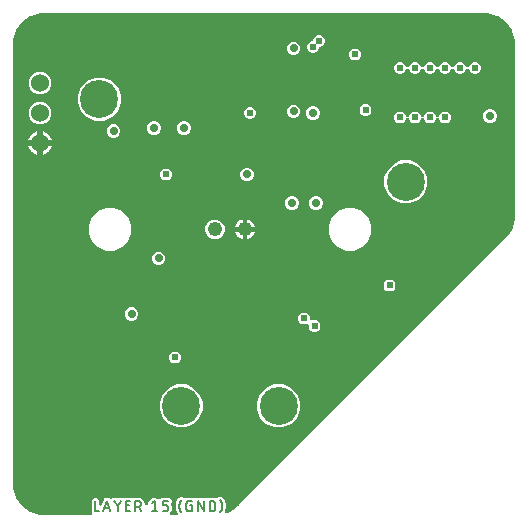
<source format=gbr>
G04 EAGLE Gerber RS-274X export*
G75*
%MOMM*%
%FSLAX34Y34*%
%LPD*%
%INCopper Layer 15*%
%IPPOS*%
%AMOC8*
5,1,8,0,0,1.08239X$1,22.5*%
G01*
%ADD10C,0.177800*%
%ADD11C,1.219200*%
%ADD12C,1.524000*%
%ADD13C,0.704800*%
%ADD14C,0.604800*%
%ADD15C,3.215641*%

G36*
X68109Y2171D02*
X68109Y2171D01*
X68209Y2173D01*
X68281Y2191D01*
X68355Y2200D01*
X68450Y2233D01*
X68547Y2258D01*
X68613Y2292D01*
X68683Y2317D01*
X68768Y2372D01*
X68857Y2418D01*
X68913Y2466D01*
X68976Y2506D01*
X69046Y2578D01*
X69122Y2643D01*
X69166Y2703D01*
X69218Y2757D01*
X69270Y2843D01*
X69329Y2924D01*
X69359Y2992D01*
X69397Y3056D01*
X69428Y3151D01*
X69467Y3244D01*
X69481Y3317D01*
X69503Y3388D01*
X69511Y3488D01*
X69529Y3587D01*
X69525Y3661D01*
X69531Y3735D01*
X69516Y3834D01*
X69511Y3935D01*
X69491Y4006D01*
X69480Y4080D01*
X69442Y4173D01*
X69415Y4270D01*
X69378Y4335D01*
X69351Y4404D01*
X69294Y4486D01*
X69244Y4574D01*
X69179Y4650D01*
X69152Y4690D01*
X69125Y4714D01*
X69087Y4759D01*
X69087Y15561D01*
X70799Y17273D01*
X73219Y17273D01*
X74931Y15561D01*
X74931Y11984D01*
X74943Y11880D01*
X74945Y11776D01*
X74963Y11708D01*
X74971Y11637D01*
X75006Y11539D01*
X75032Y11438D01*
X75064Y11376D01*
X75088Y11309D01*
X75145Y11222D01*
X75193Y11129D01*
X75239Y11076D01*
X75277Y11017D01*
X75352Y10944D01*
X75420Y10865D01*
X75477Y10823D01*
X75528Y10774D01*
X75617Y10721D01*
X75701Y10659D01*
X75766Y10632D01*
X75827Y10596D01*
X75926Y10564D01*
X76022Y10523D01*
X76092Y10511D01*
X76159Y10489D01*
X76263Y10481D01*
X76365Y10463D01*
X76436Y10467D01*
X76506Y10461D01*
X76609Y10477D01*
X76713Y10483D01*
X76781Y10503D01*
X76851Y10513D01*
X76948Y10552D01*
X77048Y10581D01*
X77109Y10616D01*
X77175Y10642D01*
X77260Y10701D01*
X77351Y10753D01*
X77403Y10801D01*
X77461Y10841D01*
X77531Y10918D01*
X77607Y10989D01*
X77647Y11047D01*
X77694Y11099D01*
X77745Y11191D01*
X77803Y11277D01*
X77840Y11364D01*
X77863Y11405D01*
X77873Y11441D01*
X77899Y11502D01*
X78688Y13869D01*
X78692Y13888D01*
X78699Y13904D01*
X78714Y13982D01*
X78736Y14051D01*
X78742Y14123D01*
X78760Y14210D01*
X78759Y14229D01*
X78763Y14247D01*
X78759Y14336D01*
X78764Y14398D01*
X78754Y14461D01*
X78753Y14533D01*
X79174Y15375D01*
X79187Y15411D01*
X79257Y15575D01*
X79555Y16470D01*
X79588Y16492D01*
X79601Y16506D01*
X79617Y16516D01*
X79721Y16631D01*
X79811Y16725D01*
X80705Y17023D01*
X80739Y17039D01*
X80904Y17106D01*
X81749Y17528D01*
X81788Y17520D01*
X81806Y17520D01*
X81824Y17517D01*
X81980Y17524D01*
X82110Y17527D01*
X82953Y17106D01*
X82988Y17092D01*
X83152Y17023D01*
X84048Y16724D01*
X84070Y16691D01*
X84084Y16678D01*
X84094Y16662D01*
X84209Y16558D01*
X84254Y16515D01*
X84282Y16485D01*
X84290Y16480D01*
X84321Y16450D01*
X84338Y16440D01*
X84352Y16427D01*
X84562Y16301D01*
X84575Y16294D01*
X84601Y16285D01*
X84621Y16273D01*
X84719Y16242D01*
X84749Y16231D01*
X84902Y16176D01*
X84948Y16170D01*
X84954Y16168D01*
X84980Y16166D01*
X85089Y16153D01*
X85248Y16134D01*
X85249Y16134D01*
X85448Y16156D01*
X85594Y16173D01*
X85595Y16173D01*
X85761Y16231D01*
X85923Y16288D01*
X85923Y16289D01*
X85925Y16290D01*
X86133Y16413D01*
X87582Y17436D01*
X90008Y17018D01*
X90018Y17010D01*
X90060Y16962D01*
X90151Y16898D01*
X90237Y16827D01*
X90294Y16798D01*
X90345Y16762D01*
X90449Y16720D01*
X90549Y16670D01*
X90610Y16656D01*
X90669Y16632D01*
X90779Y16615D01*
X90887Y16589D01*
X90951Y16588D01*
X91013Y16579D01*
X91124Y16587D01*
X91236Y16586D01*
X91298Y16600D01*
X91360Y16605D01*
X91467Y16638D01*
X91576Y16663D01*
X91633Y16691D01*
X91693Y16710D01*
X91789Y16766D01*
X91889Y16815D01*
X91939Y16855D01*
X91993Y16887D01*
X92073Y16964D01*
X92140Y17018D01*
X94563Y17436D01*
X95045Y17095D01*
X95108Y17061D01*
X95165Y17019D01*
X95260Y16978D01*
X95351Y16928D01*
X95420Y16909D01*
X95485Y16881D01*
X95587Y16862D01*
X95687Y16835D01*
X95758Y16832D01*
X95828Y16819D01*
X95932Y16825D01*
X96035Y16820D01*
X96105Y16833D01*
X96176Y16837D01*
X96276Y16866D01*
X96378Y16885D01*
X96443Y16914D01*
X96511Y16934D01*
X96601Y16984D01*
X96696Y17027D01*
X96753Y17069D01*
X96815Y17104D01*
X96940Y17210D01*
X96975Y17236D01*
X96984Y17248D01*
X97001Y17262D01*
X97011Y17273D01*
X103197Y17273D01*
X103275Y17211D01*
X103299Y17200D01*
X103320Y17184D01*
X103456Y17126D01*
X103590Y17062D01*
X103616Y17057D01*
X103640Y17046D01*
X103786Y17020D01*
X103931Y16989D01*
X103957Y16989D01*
X103983Y16985D01*
X104131Y16992D01*
X104279Y16995D01*
X104305Y17001D01*
X104331Y17003D01*
X104473Y17044D01*
X104617Y17080D01*
X104641Y17092D01*
X104666Y17099D01*
X104795Y17171D01*
X104927Y17239D01*
X104947Y17256D01*
X104970Y17269D01*
X104974Y17273D01*
X110246Y17273D01*
X113006Y15267D01*
X114178Y11661D01*
X114188Y11637D01*
X114194Y11612D01*
X114261Y11479D01*
X114323Y11344D01*
X114338Y11323D01*
X114350Y11300D01*
X114445Y11186D01*
X114536Y11068D01*
X114556Y11052D01*
X114572Y11032D01*
X114691Y10942D01*
X114806Y10848D01*
X114829Y10837D01*
X114850Y10821D01*
X114986Y10760D01*
X115119Y10695D01*
X115144Y10689D01*
X115168Y10679D01*
X115314Y10651D01*
X115459Y10617D01*
X115485Y10617D01*
X115510Y10613D01*
X115659Y10618D01*
X115807Y10619D01*
X115832Y10625D01*
X115858Y10626D01*
X116002Y10665D01*
X116146Y10700D01*
X116169Y10711D01*
X116194Y10718D01*
X116325Y10789D01*
X116458Y10855D01*
X116478Y10872D01*
X116501Y10884D01*
X116612Y10983D01*
X116726Y11078D01*
X116742Y11099D01*
X116761Y11116D01*
X116847Y11237D01*
X116937Y11355D01*
X116948Y11379D01*
X116963Y11400D01*
X117019Y11538D01*
X117079Y11674D01*
X117084Y11699D01*
X117094Y11723D01*
X117140Y11963D01*
X117368Y14014D01*
X120449Y16479D01*
X120484Y16514D01*
X120575Y16591D01*
X121314Y17330D01*
X121335Y17334D01*
X121457Y17386D01*
X121494Y17399D01*
X122544Y17282D01*
X122595Y17282D01*
X122713Y17273D01*
X123758Y17273D01*
X123776Y17260D01*
X123899Y17210D01*
X123934Y17194D01*
X124594Y16368D01*
X124630Y16333D01*
X124706Y16243D01*
X124797Y16152D01*
X124818Y16136D01*
X124835Y16116D01*
X124954Y16028D01*
X125070Y15936D01*
X125094Y15924D01*
X125115Y15909D01*
X125251Y15850D01*
X125385Y15787D01*
X125411Y15781D01*
X125435Y15771D01*
X125581Y15745D01*
X125726Y15713D01*
X125752Y15714D01*
X125778Y15709D01*
X125926Y15717D01*
X126074Y15719D01*
X126100Y15726D01*
X126126Y15727D01*
X126269Y15768D01*
X126412Y15804D01*
X126436Y15816D01*
X126461Y15824D01*
X126590Y15896D01*
X126722Y15964D01*
X126742Y15981D01*
X126765Y15994D01*
X126952Y16152D01*
X128072Y17273D01*
X135149Y17273D01*
X136861Y15561D01*
X136861Y13141D01*
X136554Y12834D01*
X136553Y12833D01*
X136552Y12832D01*
X136443Y12694D01*
X136337Y12561D01*
X136337Y12560D01*
X136336Y12559D01*
X136262Y12402D01*
X136188Y12246D01*
X136188Y12245D01*
X136188Y12243D01*
X136150Y12068D01*
X136115Y11905D01*
X136115Y11904D01*
X136115Y11903D01*
X136118Y11715D01*
X136121Y11557D01*
X136121Y11556D01*
X136121Y11554D01*
X136165Y11383D01*
X136206Y11219D01*
X136207Y11218D01*
X136207Y11216D01*
X136312Y10995D01*
X136858Y10049D01*
X136861Y10046D01*
X136861Y6549D01*
X136858Y6546D01*
X135645Y4445D01*
X135615Y4375D01*
X135576Y4310D01*
X135546Y4216D01*
X135507Y4125D01*
X135493Y4050D01*
X135470Y3978D01*
X135462Y3879D01*
X135444Y3782D01*
X135448Y3706D01*
X135442Y3631D01*
X135457Y3533D01*
X135462Y3434D01*
X135483Y3361D01*
X135494Y3286D01*
X135530Y3194D01*
X135558Y3099D01*
X135595Y3033D01*
X135622Y2962D01*
X135679Y2881D01*
X135727Y2794D01*
X135778Y2738D01*
X135821Y2676D01*
X135895Y2610D01*
X135962Y2536D01*
X136024Y2493D01*
X136080Y2443D01*
X136167Y2395D01*
X136248Y2338D01*
X136319Y2311D01*
X136385Y2274D01*
X136481Y2247D01*
X136573Y2211D01*
X136648Y2200D01*
X136721Y2179D01*
X136871Y2167D01*
X136918Y2160D01*
X136936Y2162D01*
X136964Y2160D01*
X140412Y2160D01*
X140445Y2164D01*
X140479Y2161D01*
X140618Y2184D01*
X140758Y2200D01*
X140790Y2211D01*
X140823Y2216D01*
X140954Y2270D01*
X141086Y2317D01*
X141115Y2335D01*
X141146Y2348D01*
X141261Y2430D01*
X141379Y2506D01*
X141402Y2530D01*
X141430Y2550D01*
X141523Y2655D01*
X141621Y2757D01*
X141639Y2786D01*
X141661Y2811D01*
X141728Y2935D01*
X141800Y3056D01*
X141810Y3088D01*
X141826Y3118D01*
X141863Y3254D01*
X141906Y3388D01*
X141909Y3421D01*
X141918Y3454D01*
X141923Y3595D01*
X141934Y3735D01*
X141929Y3769D01*
X141930Y3802D01*
X141903Y3940D01*
X141883Y4080D01*
X141870Y4111D01*
X141864Y4144D01*
X141806Y4273D01*
X141754Y4404D01*
X141735Y4431D01*
X141721Y4462D01*
X141608Y4621D01*
X140292Y8240D01*
X140292Y12080D01*
X141604Y15688D01*
X142837Y17159D01*
X143614Y18087D01*
X146025Y18299D01*
X147546Y17024D01*
X147637Y16964D01*
X147723Y16897D01*
X147783Y16869D01*
X147837Y16832D01*
X147940Y16795D01*
X148038Y16748D01*
X148103Y16734D01*
X148164Y16712D01*
X148273Y16698D01*
X148379Y16675D01*
X148445Y16677D01*
X148510Y16668D01*
X148619Y16680D01*
X148728Y16682D01*
X148791Y16698D01*
X148857Y16705D01*
X148960Y16741D01*
X149065Y16768D01*
X149143Y16805D01*
X149186Y16819D01*
X149220Y16841D01*
X149286Y16873D01*
X149976Y17271D01*
X149979Y17273D01*
X151262Y17273D01*
X153102Y17273D01*
X153103Y17273D01*
X155266Y17273D01*
X155527Y17012D01*
X155547Y16995D01*
X155564Y16975D01*
X155684Y16887D01*
X155800Y16795D01*
X155824Y16784D01*
X155845Y16768D01*
X155981Y16710D01*
X156115Y16646D01*
X156141Y16640D01*
X156165Y16630D01*
X156311Y16604D01*
X156456Y16573D01*
X156482Y16573D01*
X156508Y16568D01*
X156656Y16576D01*
X156804Y16579D01*
X156830Y16585D01*
X156856Y16586D01*
X156998Y16627D01*
X157142Y16664D01*
X157165Y16676D01*
X157191Y16683D01*
X157320Y16755D01*
X157452Y16823D01*
X157472Y16840D01*
X157495Y16853D01*
X157681Y17012D01*
X157942Y17273D01*
X158001Y17273D01*
X158089Y17283D01*
X158179Y17283D01*
X158262Y17303D01*
X158347Y17313D01*
X158431Y17343D01*
X158518Y17363D01*
X158628Y17413D01*
X158675Y17430D01*
X158699Y17445D01*
X158741Y17464D01*
X158792Y17493D01*
X159357Y17331D01*
X159445Y17317D01*
X159531Y17292D01*
X159651Y17283D01*
X159700Y17275D01*
X159729Y17276D01*
X159775Y17273D01*
X160363Y17273D01*
X160404Y17232D01*
X160424Y17215D01*
X160441Y17195D01*
X160561Y17107D01*
X160677Y17015D01*
X160700Y17004D01*
X160722Y16988D01*
X160858Y16929D01*
X160992Y16866D01*
X161018Y16861D01*
X161042Y16850D01*
X161188Y16824D01*
X161333Y16793D01*
X161359Y16793D01*
X161385Y16789D01*
X161533Y16796D01*
X161681Y16799D01*
X161707Y16805D01*
X161733Y16807D01*
X161875Y16848D01*
X162019Y16884D01*
X162042Y16896D01*
X162068Y16903D01*
X162197Y16975D01*
X162329Y17043D01*
X162349Y17060D01*
X162372Y17073D01*
X162558Y17232D01*
X162599Y17273D01*
X165019Y17273D01*
X165281Y17012D01*
X165301Y16995D01*
X165318Y16975D01*
X165437Y16887D01*
X165554Y16795D01*
X165577Y16784D01*
X165598Y16768D01*
X165734Y16710D01*
X165869Y16646D01*
X165894Y16640D01*
X165918Y16630D01*
X166064Y16604D01*
X166209Y16573D01*
X166235Y16573D01*
X166261Y16568D01*
X166410Y16576D01*
X166558Y16579D01*
X166583Y16585D01*
X166609Y16586D01*
X166752Y16627D01*
X166896Y16664D01*
X166919Y16676D01*
X166944Y16683D01*
X167074Y16755D01*
X167206Y16823D01*
X167226Y16840D01*
X167248Y16853D01*
X167435Y17012D01*
X167696Y17273D01*
X172641Y17273D01*
X173536Y16756D01*
X173636Y16713D01*
X173732Y16661D01*
X173796Y16643D01*
X173856Y16617D01*
X173963Y16598D01*
X174069Y16569D01*
X174134Y16567D01*
X174199Y16555D01*
X174308Y16561D01*
X174417Y16557D01*
X174481Y16569D01*
X174547Y16572D01*
X174652Y16602D01*
X174759Y16623D01*
X174819Y16650D01*
X174882Y16668D01*
X174977Y16721D01*
X175077Y16766D01*
X175147Y16816D01*
X175186Y16838D01*
X175217Y16865D01*
X175276Y16908D01*
X176936Y18299D01*
X179347Y18087D01*
X180125Y17159D01*
X181358Y15688D01*
X182670Y12080D01*
X182670Y8240D01*
X181940Y6234D01*
X181906Y6092D01*
X181867Y5950D01*
X181866Y5922D01*
X181859Y5895D01*
X181859Y5749D01*
X181853Y5602D01*
X181858Y5574D01*
X181858Y5546D01*
X181890Y5403D01*
X181918Y5259D01*
X181929Y5234D01*
X181935Y5206D01*
X182000Y5075D01*
X182059Y4941D01*
X182076Y4918D01*
X182088Y4893D01*
X182181Y4780D01*
X182269Y4662D01*
X182290Y4645D01*
X182308Y4623D01*
X182424Y4533D01*
X182537Y4439D01*
X182562Y4427D01*
X182584Y4410D01*
X182717Y4349D01*
X182848Y4283D01*
X182875Y4276D01*
X182901Y4265D01*
X183044Y4236D01*
X183187Y4201D01*
X183215Y4201D01*
X183242Y4195D01*
X183389Y4200D01*
X183535Y4199D01*
X183569Y4205D01*
X183591Y4206D01*
X183638Y4218D01*
X183776Y4244D01*
X183880Y4273D01*
X183951Y4302D01*
X184026Y4321D01*
X184159Y4386D01*
X184203Y4403D01*
X184219Y4415D01*
X184246Y4428D01*
X190150Y7886D01*
X190172Y7903D01*
X190196Y7915D01*
X190392Y8062D01*
X192954Y10338D01*
X192976Y10363D01*
X193019Y10400D01*
X193028Y10408D01*
X193030Y10411D01*
X193035Y10415D01*
X193992Y11385D01*
X194001Y11391D01*
X194034Y11425D01*
X194106Y11486D01*
X418536Y235916D01*
X418586Y235979D01*
X419608Y236988D01*
X419610Y236991D01*
X419615Y236995D01*
X419622Y237002D01*
X419643Y237029D01*
X419684Y237068D01*
X421960Y239630D01*
X421976Y239653D01*
X421995Y239672D01*
X422136Y239872D01*
X425594Y245776D01*
X425626Y245846D01*
X425665Y245912D01*
X425716Y246051D01*
X425735Y246095D01*
X425739Y246114D01*
X425749Y246142D01*
X427562Y252740D01*
X427566Y252767D01*
X427575Y252793D01*
X427612Y253034D01*
X427858Y256453D01*
X427857Y256493D01*
X427862Y256563D01*
X427862Y400050D01*
X427857Y400092D01*
X427858Y400169D01*
X427534Y404282D01*
X427523Y404338D01*
X427521Y404395D01*
X427471Y404606D01*
X427467Y404624D01*
X427465Y404628D01*
X427464Y404633D01*
X424922Y412456D01*
X424874Y412562D01*
X424833Y412672D01*
X424795Y412735D01*
X424777Y412773D01*
X424750Y412808D01*
X424706Y412880D01*
X419871Y419534D01*
X419792Y419621D01*
X419720Y419712D01*
X419664Y419761D01*
X419636Y419791D01*
X419599Y419816D01*
X419534Y419871D01*
X412880Y424706D01*
X412778Y424763D01*
X412681Y424828D01*
X412613Y424857D01*
X412577Y424877D01*
X412534Y424890D01*
X412456Y424922D01*
X404633Y427464D01*
X404577Y427475D01*
X404523Y427495D01*
X404310Y427529D01*
X404292Y427533D01*
X404288Y427533D01*
X404282Y427534D01*
X400170Y427858D01*
X400127Y427856D01*
X400050Y427862D01*
X29972Y427862D01*
X29930Y427857D01*
X29853Y427858D01*
X25740Y427534D01*
X25684Y427523D01*
X25627Y427521D01*
X25416Y427471D01*
X25398Y427467D01*
X25394Y427465D01*
X25389Y427464D01*
X17566Y424922D01*
X17460Y424874D01*
X17350Y424833D01*
X17287Y424795D01*
X17249Y424777D01*
X17214Y424750D01*
X17142Y424706D01*
X10488Y419871D01*
X10401Y419792D01*
X10310Y419720D01*
X10261Y419664D01*
X10231Y419636D01*
X10206Y419599D01*
X10151Y419534D01*
X5316Y412880D01*
X5259Y412778D01*
X5194Y412681D01*
X5165Y412613D01*
X5145Y412577D01*
X5132Y412534D01*
X5100Y412456D01*
X2558Y404633D01*
X2547Y404577D01*
X2527Y404524D01*
X2493Y404310D01*
X2489Y404292D01*
X2489Y404288D01*
X2488Y404282D01*
X2164Y400170D01*
X2166Y400127D01*
X2160Y400050D01*
X2160Y29972D01*
X2165Y29930D01*
X2164Y29853D01*
X2488Y25740D01*
X2499Y25684D01*
X2501Y25627D01*
X2551Y25416D01*
X2555Y25398D01*
X2557Y25394D01*
X2558Y25389D01*
X5100Y17566D01*
X5148Y17460D01*
X5189Y17350D01*
X5227Y17287D01*
X5245Y17249D01*
X5272Y17214D01*
X5316Y17142D01*
X10151Y10488D01*
X10230Y10401D01*
X10302Y10310D01*
X10358Y10261D01*
X10386Y10231D01*
X10423Y10206D01*
X10488Y10151D01*
X17142Y5316D01*
X17244Y5258D01*
X17341Y5194D01*
X17409Y5165D01*
X17445Y5145D01*
X17488Y5132D01*
X17566Y5100D01*
X25389Y2558D01*
X25445Y2547D01*
X25499Y2527D01*
X25712Y2493D01*
X25730Y2489D01*
X25734Y2489D01*
X25740Y2488D01*
X29852Y2164D01*
X29895Y2166D01*
X29972Y2160D01*
X68009Y2160D01*
X68109Y2171D01*
G37*
%LPC*%
G36*
X331424Y266623D02*
X331424Y266623D01*
X324767Y269380D01*
X319672Y274475D01*
X316915Y281132D01*
X316915Y288336D01*
X319672Y294993D01*
X324767Y300088D01*
X331424Y302845D01*
X338628Y302845D01*
X345285Y300088D01*
X350380Y294993D01*
X353137Y288336D01*
X353137Y281132D01*
X350380Y274475D01*
X345285Y269380D01*
X338628Y266623D01*
X331424Y266623D01*
G37*
%LPD*%
%LPC*%
G36*
X72090Y336473D02*
X72090Y336473D01*
X65433Y339230D01*
X60338Y344325D01*
X57581Y350982D01*
X57581Y358186D01*
X60338Y364843D01*
X65433Y369938D01*
X72090Y372695D01*
X79294Y372695D01*
X85951Y369938D01*
X91046Y364843D01*
X93803Y358186D01*
X93803Y350982D01*
X91046Y344325D01*
X85951Y339230D01*
X79294Y336473D01*
X72090Y336473D01*
G37*
%LPD*%
%LPC*%
G36*
X223728Y76885D02*
X223728Y76885D01*
X217071Y79642D01*
X211976Y84737D01*
X209219Y91394D01*
X209219Y98598D01*
X211976Y105255D01*
X217071Y110350D01*
X223728Y113107D01*
X230932Y113107D01*
X237589Y110350D01*
X242684Y105255D01*
X245441Y98598D01*
X245441Y91394D01*
X242684Y84737D01*
X237589Y79642D01*
X230932Y76885D01*
X223728Y76885D01*
G37*
%LPD*%
%LPC*%
G36*
X141432Y76885D02*
X141432Y76885D01*
X134775Y79642D01*
X129680Y84737D01*
X126923Y91394D01*
X126923Y98598D01*
X129680Y105255D01*
X134775Y110350D01*
X141432Y113107D01*
X148636Y113107D01*
X155293Y110350D01*
X160388Y105255D01*
X163145Y98598D01*
X163145Y91394D01*
X160388Y84737D01*
X155293Y79642D01*
X148636Y76885D01*
X141432Y76885D01*
G37*
%LPD*%
%LPC*%
G36*
X284193Y226317D02*
X284193Y226317D01*
X277565Y229063D01*
X272493Y234135D01*
X269747Y240763D01*
X269747Y247937D01*
X272493Y254565D01*
X277565Y259637D01*
X284193Y262383D01*
X291367Y262383D01*
X297995Y259637D01*
X303067Y254565D01*
X305813Y247937D01*
X305813Y240763D01*
X303067Y234135D01*
X297995Y229063D01*
X291367Y226317D01*
X284193Y226317D01*
G37*
%LPD*%
%LPC*%
G36*
X80993Y226317D02*
X80993Y226317D01*
X74365Y229063D01*
X69293Y234135D01*
X66547Y240763D01*
X66547Y247937D01*
X69293Y254565D01*
X74365Y259637D01*
X80993Y262383D01*
X88167Y262383D01*
X94795Y259637D01*
X99867Y254565D01*
X102613Y247937D01*
X102613Y240763D01*
X99867Y234135D01*
X94795Y229063D01*
X88167Y226317D01*
X80993Y226317D01*
G37*
%LPD*%
%LPC*%
G36*
X329194Y375943D02*
X329194Y375943D01*
X327336Y376713D01*
X325913Y378136D01*
X325143Y379994D01*
X325143Y382006D01*
X325913Y383864D01*
X327336Y385287D01*
X329194Y386057D01*
X331206Y386057D01*
X333064Y385287D01*
X334487Y383864D01*
X335143Y382281D01*
X335191Y382193D01*
X335231Y382101D01*
X335276Y382042D01*
X335312Y381977D01*
X335379Y381902D01*
X335439Y381822D01*
X335496Y381773D01*
X335546Y381718D01*
X335629Y381661D01*
X335705Y381596D01*
X335772Y381563D01*
X335833Y381520D01*
X335926Y381483D01*
X336016Y381438D01*
X336088Y381420D01*
X336157Y381392D01*
X336256Y381378D01*
X336354Y381353D01*
X336428Y381352D01*
X336502Y381342D01*
X336602Y381350D01*
X336702Y381348D01*
X336775Y381364D01*
X336849Y381370D01*
X336945Y381401D01*
X337043Y381423D01*
X337110Y381455D01*
X337181Y381478D01*
X337267Y381529D01*
X337358Y381572D01*
X337416Y381619D01*
X337479Y381657D01*
X337552Y381727D01*
X337630Y381790D01*
X337676Y381848D01*
X337729Y381900D01*
X337784Y381985D01*
X337846Y382063D01*
X337892Y382153D01*
X337918Y382193D01*
X337930Y382227D01*
X337957Y382281D01*
X338613Y383864D01*
X340036Y385287D01*
X341894Y386057D01*
X343906Y386057D01*
X345764Y385287D01*
X347187Y383864D01*
X347843Y382281D01*
X347891Y382194D01*
X347932Y382101D01*
X347976Y382041D01*
X348012Y381977D01*
X348079Y381902D01*
X348139Y381822D01*
X348196Y381773D01*
X348246Y381718D01*
X348329Y381661D01*
X348405Y381596D01*
X348472Y381563D01*
X348533Y381520D01*
X348626Y381483D01*
X348716Y381438D01*
X348788Y381420D01*
X348857Y381392D01*
X348956Y381378D01*
X349054Y381353D01*
X349128Y381352D01*
X349202Y381342D01*
X349302Y381350D01*
X349402Y381348D01*
X349475Y381364D01*
X349549Y381370D01*
X349645Y381401D01*
X349743Y381423D01*
X349810Y381455D01*
X349881Y381478D01*
X349967Y381529D01*
X350058Y381572D01*
X350116Y381619D01*
X350179Y381657D01*
X350251Y381727D01*
X350330Y381790D01*
X350376Y381848D01*
X350429Y381900D01*
X350484Y381985D01*
X350546Y382063D01*
X350592Y382153D01*
X350618Y382193D01*
X350630Y382227D01*
X350657Y382281D01*
X351313Y383864D01*
X352736Y385287D01*
X354594Y386057D01*
X356606Y386057D01*
X358464Y385287D01*
X359887Y383864D01*
X360543Y382281D01*
X360591Y382193D01*
X360631Y382101D01*
X360676Y382042D01*
X360712Y381977D01*
X360779Y381902D01*
X360839Y381822D01*
X360896Y381773D01*
X360946Y381718D01*
X361029Y381661D01*
X361105Y381596D01*
X361172Y381563D01*
X361233Y381520D01*
X361326Y381483D01*
X361416Y381438D01*
X361488Y381420D01*
X361557Y381392D01*
X361656Y381378D01*
X361754Y381353D01*
X361828Y381352D01*
X361902Y381342D01*
X362002Y381350D01*
X362102Y381348D01*
X362175Y381364D01*
X362249Y381370D01*
X362345Y381401D01*
X362443Y381423D01*
X362510Y381455D01*
X362581Y381478D01*
X362667Y381529D01*
X362758Y381572D01*
X362816Y381619D01*
X362879Y381657D01*
X362952Y381727D01*
X363030Y381790D01*
X363076Y381848D01*
X363129Y381900D01*
X363184Y381985D01*
X363246Y382063D01*
X363292Y382153D01*
X363318Y382193D01*
X363330Y382227D01*
X363357Y382281D01*
X364013Y383864D01*
X365436Y385287D01*
X367294Y386057D01*
X369306Y386057D01*
X371164Y385287D01*
X372587Y383864D01*
X373243Y382281D01*
X373291Y382194D01*
X373332Y382101D01*
X373376Y382041D01*
X373412Y381977D01*
X373479Y381902D01*
X373539Y381822D01*
X373596Y381773D01*
X373646Y381718D01*
X373729Y381661D01*
X373805Y381596D01*
X373872Y381563D01*
X373933Y381520D01*
X374026Y381483D01*
X374116Y381438D01*
X374188Y381420D01*
X374257Y381392D01*
X374356Y381378D01*
X374454Y381353D01*
X374528Y381352D01*
X374602Y381342D01*
X374702Y381350D01*
X374802Y381348D01*
X374875Y381364D01*
X374949Y381370D01*
X375045Y381401D01*
X375143Y381423D01*
X375210Y381455D01*
X375281Y381478D01*
X375367Y381529D01*
X375458Y381572D01*
X375516Y381619D01*
X375579Y381657D01*
X375651Y381727D01*
X375730Y381790D01*
X375776Y381848D01*
X375829Y381900D01*
X375884Y381985D01*
X375946Y382063D01*
X375992Y382153D01*
X376018Y382193D01*
X376030Y382227D01*
X376057Y382281D01*
X376713Y383864D01*
X378136Y385287D01*
X379994Y386057D01*
X382006Y386057D01*
X383864Y385287D01*
X385287Y383864D01*
X385943Y382281D01*
X385991Y382193D01*
X386031Y382101D01*
X386076Y382042D01*
X386112Y381977D01*
X386179Y381902D01*
X386239Y381822D01*
X386296Y381773D01*
X386346Y381718D01*
X386429Y381661D01*
X386505Y381596D01*
X386572Y381563D01*
X386633Y381520D01*
X386726Y381483D01*
X386816Y381438D01*
X386888Y381420D01*
X386957Y381392D01*
X387056Y381378D01*
X387154Y381353D01*
X387228Y381352D01*
X387302Y381342D01*
X387402Y381350D01*
X387502Y381348D01*
X387575Y381364D01*
X387649Y381370D01*
X387745Y381401D01*
X387843Y381423D01*
X387910Y381455D01*
X387981Y381478D01*
X388067Y381529D01*
X388158Y381572D01*
X388216Y381619D01*
X388279Y381657D01*
X388352Y381727D01*
X388430Y381790D01*
X388476Y381848D01*
X388529Y381900D01*
X388584Y381985D01*
X388646Y382063D01*
X388692Y382153D01*
X388718Y382193D01*
X388730Y382227D01*
X388757Y382281D01*
X389413Y383864D01*
X390836Y385287D01*
X392694Y386057D01*
X394706Y386057D01*
X396564Y385287D01*
X397987Y383864D01*
X398757Y382006D01*
X398757Y379994D01*
X397987Y378136D01*
X396564Y376713D01*
X394706Y375943D01*
X392694Y375943D01*
X390836Y376713D01*
X389413Y378136D01*
X388757Y379719D01*
X388709Y379806D01*
X388668Y379899D01*
X388624Y379959D01*
X388588Y380023D01*
X388521Y380098D01*
X388461Y380178D01*
X388404Y380227D01*
X388354Y380282D01*
X388271Y380339D01*
X388195Y380404D01*
X388128Y380437D01*
X388067Y380480D01*
X387974Y380517D01*
X387884Y380562D01*
X387812Y380580D01*
X387743Y380608D01*
X387644Y380622D01*
X387546Y380647D01*
X387472Y380648D01*
X387398Y380658D01*
X387298Y380650D01*
X387198Y380652D01*
X387125Y380636D01*
X387051Y380630D01*
X386955Y380599D01*
X386857Y380577D01*
X386790Y380545D01*
X386719Y380522D01*
X386633Y380471D01*
X386542Y380428D01*
X386484Y380381D01*
X386421Y380343D01*
X386349Y380273D01*
X386270Y380210D01*
X386224Y380152D01*
X386171Y380100D01*
X386116Y380015D01*
X386054Y379937D01*
X386008Y379847D01*
X385982Y379807D01*
X385970Y379773D01*
X385943Y379719D01*
X385287Y378136D01*
X383864Y376713D01*
X382006Y375943D01*
X379994Y375943D01*
X378136Y376713D01*
X376713Y378136D01*
X376057Y379719D01*
X376009Y379807D01*
X375969Y379899D01*
X375924Y379958D01*
X375888Y380023D01*
X375821Y380098D01*
X375761Y380178D01*
X375704Y380227D01*
X375654Y380282D01*
X375571Y380339D01*
X375495Y380404D01*
X375428Y380437D01*
X375367Y380480D01*
X375274Y380517D01*
X375184Y380562D01*
X375112Y380580D01*
X375043Y380608D01*
X374944Y380622D01*
X374846Y380647D01*
X374772Y380648D01*
X374698Y380658D01*
X374598Y380650D01*
X374498Y380652D01*
X374425Y380636D01*
X374351Y380630D01*
X374255Y380599D01*
X374157Y380577D01*
X374090Y380545D01*
X374019Y380522D01*
X373933Y380471D01*
X373842Y380428D01*
X373784Y380381D01*
X373721Y380343D01*
X373648Y380273D01*
X373570Y380210D01*
X373524Y380152D01*
X373471Y380100D01*
X373416Y380015D01*
X373354Y379937D01*
X373308Y379847D01*
X373282Y379807D01*
X373270Y379773D01*
X373243Y379719D01*
X372587Y378136D01*
X371164Y376713D01*
X369306Y375943D01*
X367294Y375943D01*
X365436Y376713D01*
X364013Y378136D01*
X363357Y379719D01*
X363309Y379806D01*
X363268Y379899D01*
X363224Y379959D01*
X363188Y380023D01*
X363121Y380098D01*
X363061Y380178D01*
X363004Y380227D01*
X362954Y380282D01*
X362871Y380339D01*
X362795Y380404D01*
X362728Y380437D01*
X362667Y380480D01*
X362574Y380517D01*
X362484Y380562D01*
X362412Y380580D01*
X362343Y380608D01*
X362244Y380622D01*
X362146Y380647D01*
X362072Y380648D01*
X361998Y380658D01*
X361898Y380650D01*
X361798Y380652D01*
X361725Y380636D01*
X361651Y380630D01*
X361555Y380599D01*
X361457Y380577D01*
X361390Y380545D01*
X361319Y380522D01*
X361233Y380471D01*
X361142Y380428D01*
X361084Y380381D01*
X361021Y380343D01*
X360949Y380273D01*
X360870Y380210D01*
X360824Y380152D01*
X360771Y380100D01*
X360716Y380015D01*
X360654Y379937D01*
X360608Y379847D01*
X360582Y379807D01*
X360570Y379773D01*
X360543Y379719D01*
X359887Y378136D01*
X358464Y376713D01*
X356606Y375943D01*
X354594Y375943D01*
X352736Y376713D01*
X351313Y378136D01*
X350657Y379719D01*
X350609Y379807D01*
X350569Y379899D01*
X350524Y379958D01*
X350488Y380023D01*
X350421Y380098D01*
X350361Y380178D01*
X350304Y380227D01*
X350254Y380282D01*
X350171Y380339D01*
X350095Y380404D01*
X350028Y380437D01*
X349967Y380480D01*
X349874Y380517D01*
X349784Y380562D01*
X349712Y380580D01*
X349643Y380608D01*
X349544Y380622D01*
X349446Y380647D01*
X349372Y380648D01*
X349298Y380658D01*
X349198Y380650D01*
X349098Y380652D01*
X349025Y380636D01*
X348951Y380630D01*
X348855Y380599D01*
X348757Y380577D01*
X348690Y380545D01*
X348619Y380522D01*
X348533Y380471D01*
X348442Y380428D01*
X348384Y380381D01*
X348321Y380343D01*
X348248Y380273D01*
X348170Y380210D01*
X348124Y380152D01*
X348071Y380100D01*
X348016Y380015D01*
X347954Y379937D01*
X347908Y379847D01*
X347882Y379807D01*
X347870Y379773D01*
X347843Y379719D01*
X347187Y378136D01*
X345764Y376713D01*
X343906Y375943D01*
X341894Y375943D01*
X340036Y376713D01*
X338613Y378136D01*
X337957Y379719D01*
X337909Y379806D01*
X337868Y379899D01*
X337824Y379959D01*
X337788Y380023D01*
X337721Y380098D01*
X337661Y380178D01*
X337604Y380227D01*
X337554Y380282D01*
X337471Y380339D01*
X337395Y380404D01*
X337328Y380437D01*
X337267Y380480D01*
X337174Y380517D01*
X337084Y380562D01*
X337012Y380580D01*
X336943Y380608D01*
X336844Y380622D01*
X336746Y380647D01*
X336672Y380648D01*
X336598Y380658D01*
X336498Y380650D01*
X336398Y380652D01*
X336325Y380636D01*
X336251Y380630D01*
X336155Y380599D01*
X336057Y380577D01*
X335990Y380545D01*
X335919Y380522D01*
X335833Y380471D01*
X335742Y380428D01*
X335684Y380381D01*
X335621Y380343D01*
X335549Y380273D01*
X335470Y380210D01*
X335424Y380152D01*
X335371Y380100D01*
X335316Y380015D01*
X335254Y379937D01*
X335208Y379847D01*
X335182Y379807D01*
X335170Y379773D01*
X335143Y379719D01*
X334487Y378136D01*
X333064Y376713D01*
X331206Y375943D01*
X329194Y375943D01*
G37*
%LPD*%
%LPC*%
G36*
X329194Y334033D02*
X329194Y334033D01*
X327336Y334803D01*
X325913Y336226D01*
X325143Y338084D01*
X325143Y340096D01*
X325913Y341954D01*
X327336Y343377D01*
X329194Y344147D01*
X331206Y344147D01*
X333064Y343377D01*
X334487Y341954D01*
X335143Y340371D01*
X335191Y340284D01*
X335232Y340191D01*
X335276Y340131D01*
X335312Y340067D01*
X335379Y339992D01*
X335439Y339912D01*
X335496Y339863D01*
X335546Y339808D01*
X335629Y339751D01*
X335705Y339686D01*
X335772Y339653D01*
X335833Y339610D01*
X335926Y339573D01*
X336016Y339528D01*
X336088Y339510D01*
X336157Y339482D01*
X336256Y339468D01*
X336354Y339443D01*
X336428Y339442D01*
X336502Y339432D01*
X336602Y339440D01*
X336702Y339438D01*
X336775Y339454D01*
X336849Y339460D01*
X336945Y339491D01*
X337043Y339513D01*
X337110Y339545D01*
X337181Y339568D01*
X337267Y339619D01*
X337358Y339662D01*
X337416Y339709D01*
X337479Y339747D01*
X337551Y339817D01*
X337630Y339880D01*
X337676Y339938D01*
X337729Y339990D01*
X337784Y340075D01*
X337846Y340153D01*
X337892Y340243D01*
X337918Y340283D01*
X337930Y340317D01*
X337957Y340371D01*
X338613Y341954D01*
X340036Y343377D01*
X341894Y344147D01*
X343906Y344147D01*
X345764Y343377D01*
X347187Y341954D01*
X347843Y340371D01*
X347891Y340283D01*
X347931Y340191D01*
X347976Y340132D01*
X348012Y340067D01*
X348079Y339992D01*
X348139Y339912D01*
X348196Y339863D01*
X348246Y339808D01*
X348329Y339751D01*
X348405Y339686D01*
X348472Y339653D01*
X348533Y339610D01*
X348626Y339573D01*
X348716Y339528D01*
X348788Y339510D01*
X348857Y339482D01*
X348956Y339468D01*
X349054Y339443D01*
X349128Y339442D01*
X349202Y339432D01*
X349302Y339440D01*
X349402Y339438D01*
X349475Y339454D01*
X349549Y339460D01*
X349645Y339491D01*
X349743Y339513D01*
X349810Y339545D01*
X349881Y339568D01*
X349967Y339619D01*
X350058Y339662D01*
X350116Y339709D01*
X350179Y339747D01*
X350252Y339817D01*
X350330Y339880D01*
X350376Y339938D01*
X350429Y339990D01*
X350484Y340075D01*
X350546Y340153D01*
X350592Y340243D01*
X350618Y340283D01*
X350630Y340317D01*
X350657Y340371D01*
X351313Y341954D01*
X352736Y343377D01*
X354594Y344147D01*
X356606Y344147D01*
X358464Y343377D01*
X359887Y341954D01*
X360543Y340371D01*
X360591Y340283D01*
X360631Y340191D01*
X360676Y340132D01*
X360712Y340067D01*
X360779Y339992D01*
X360839Y339912D01*
X360896Y339863D01*
X360946Y339808D01*
X361029Y339751D01*
X361105Y339686D01*
X361172Y339653D01*
X361233Y339610D01*
X361326Y339573D01*
X361416Y339528D01*
X361488Y339510D01*
X361557Y339482D01*
X361656Y339468D01*
X361754Y339443D01*
X361828Y339442D01*
X361902Y339432D01*
X362002Y339440D01*
X362102Y339438D01*
X362175Y339454D01*
X362249Y339460D01*
X362345Y339491D01*
X362443Y339513D01*
X362510Y339545D01*
X362581Y339568D01*
X362667Y339619D01*
X362758Y339662D01*
X362816Y339709D01*
X362879Y339747D01*
X362952Y339817D01*
X363030Y339880D01*
X363076Y339938D01*
X363129Y339990D01*
X363184Y340075D01*
X363246Y340153D01*
X363292Y340243D01*
X363318Y340283D01*
X363330Y340317D01*
X363357Y340371D01*
X364013Y341954D01*
X365436Y343377D01*
X367294Y344147D01*
X369306Y344147D01*
X371164Y343377D01*
X372587Y341954D01*
X373357Y340096D01*
X373357Y338084D01*
X372587Y336226D01*
X371164Y334803D01*
X369306Y334033D01*
X367294Y334033D01*
X365436Y334803D01*
X364013Y336226D01*
X363357Y337809D01*
X363309Y337896D01*
X363268Y337989D01*
X363224Y338049D01*
X363188Y338113D01*
X363121Y338188D01*
X363061Y338268D01*
X363004Y338317D01*
X362954Y338372D01*
X362871Y338429D01*
X362795Y338494D01*
X362728Y338527D01*
X362667Y338570D01*
X362574Y338607D01*
X362484Y338652D01*
X362412Y338670D01*
X362343Y338698D01*
X362244Y338712D01*
X362146Y338737D01*
X362072Y338738D01*
X361998Y338748D01*
X361898Y338740D01*
X361798Y338742D01*
X361725Y338726D01*
X361651Y338720D01*
X361555Y338689D01*
X361457Y338667D01*
X361390Y338635D01*
X361319Y338612D01*
X361233Y338561D01*
X361142Y338518D01*
X361084Y338471D01*
X361021Y338433D01*
X360949Y338363D01*
X360870Y338300D01*
X360824Y338242D01*
X360771Y338190D01*
X360716Y338105D01*
X360654Y338027D01*
X360608Y337937D01*
X360582Y337897D01*
X360570Y337863D01*
X360543Y337809D01*
X359887Y336226D01*
X358464Y334803D01*
X356606Y334033D01*
X354594Y334033D01*
X352736Y334803D01*
X351313Y336226D01*
X350657Y337809D01*
X350609Y337896D01*
X350568Y337989D01*
X350524Y338049D01*
X350488Y338113D01*
X350421Y338188D01*
X350361Y338268D01*
X350304Y338317D01*
X350254Y338372D01*
X350171Y338429D01*
X350095Y338494D01*
X350028Y338527D01*
X349967Y338570D01*
X349874Y338607D01*
X349784Y338652D01*
X349712Y338670D01*
X349643Y338698D01*
X349544Y338712D01*
X349446Y338737D01*
X349372Y338738D01*
X349298Y338748D01*
X349198Y338740D01*
X349098Y338742D01*
X349025Y338726D01*
X348951Y338720D01*
X348855Y338689D01*
X348757Y338667D01*
X348690Y338635D01*
X348619Y338612D01*
X348533Y338561D01*
X348442Y338518D01*
X348384Y338471D01*
X348321Y338433D01*
X348249Y338363D01*
X348170Y338300D01*
X348124Y338242D01*
X348071Y338190D01*
X348016Y338105D01*
X347954Y338027D01*
X347908Y337937D01*
X347882Y337897D01*
X347870Y337863D01*
X347843Y337809D01*
X347187Y336226D01*
X345764Y334803D01*
X343906Y334033D01*
X341894Y334033D01*
X340036Y334803D01*
X338613Y336226D01*
X337957Y337809D01*
X337909Y337897D01*
X337869Y337989D01*
X337824Y338048D01*
X337788Y338113D01*
X337721Y338188D01*
X337661Y338268D01*
X337604Y338317D01*
X337554Y338372D01*
X337471Y338429D01*
X337395Y338494D01*
X337328Y338527D01*
X337267Y338570D01*
X337174Y338607D01*
X337084Y338652D01*
X337012Y338670D01*
X336943Y338698D01*
X336844Y338712D01*
X336746Y338737D01*
X336672Y338738D01*
X336598Y338748D01*
X336498Y338740D01*
X336398Y338742D01*
X336325Y338726D01*
X336251Y338720D01*
X336155Y338689D01*
X336057Y338667D01*
X335990Y338635D01*
X335919Y338612D01*
X335833Y338561D01*
X335742Y338518D01*
X335684Y338471D01*
X335621Y338433D01*
X335548Y338363D01*
X335470Y338300D01*
X335424Y338242D01*
X335371Y338190D01*
X335316Y338105D01*
X335254Y338027D01*
X335208Y337937D01*
X335182Y337897D01*
X335170Y337863D01*
X335143Y337809D01*
X334487Y336226D01*
X333064Y334803D01*
X331206Y334033D01*
X329194Y334033D01*
G37*
%LPD*%
%LPC*%
G36*
X23480Y358647D02*
X23480Y358647D01*
X19932Y360117D01*
X17217Y362832D01*
X15747Y366380D01*
X15747Y370220D01*
X17217Y373768D01*
X19932Y376483D01*
X23480Y377953D01*
X27320Y377953D01*
X30868Y376483D01*
X33583Y373768D01*
X35053Y370220D01*
X35053Y366380D01*
X33583Y362832D01*
X30868Y360117D01*
X27320Y358647D01*
X23480Y358647D01*
G37*
%LPD*%
%LPC*%
G36*
X23480Y333247D02*
X23480Y333247D01*
X19932Y334717D01*
X17217Y337432D01*
X15747Y340980D01*
X15747Y344820D01*
X17217Y348368D01*
X19932Y351083D01*
X23480Y352553D01*
X27320Y352553D01*
X30868Y351083D01*
X33583Y348368D01*
X35053Y344820D01*
X35053Y340980D01*
X33583Y337432D01*
X30868Y334717D01*
X27320Y333247D01*
X23480Y333247D01*
G37*
%LPD*%
%LPC*%
G36*
X171863Y236221D02*
X171863Y236221D01*
X168875Y237459D01*
X166589Y239745D01*
X165351Y242733D01*
X165351Y245967D01*
X166589Y248955D01*
X168875Y251241D01*
X171863Y252479D01*
X175097Y252479D01*
X178085Y251241D01*
X180371Y248955D01*
X181609Y245967D01*
X181609Y242733D01*
X180371Y239745D01*
X178085Y237459D01*
X175097Y236221D01*
X171863Y236221D01*
G37*
%LPD*%
%LPC*%
G36*
X256804Y157503D02*
X256804Y157503D01*
X254946Y158273D01*
X253523Y159696D01*
X252753Y161554D01*
X252753Y162745D01*
X252736Y162894D01*
X252724Y163044D01*
X252716Y163067D01*
X252713Y163091D01*
X252663Y163233D01*
X252616Y163376D01*
X252604Y163396D01*
X252596Y163419D01*
X252514Y163545D01*
X252437Y163674D01*
X252420Y163692D01*
X252407Y163712D01*
X252299Y163816D01*
X252194Y163924D01*
X252174Y163937D01*
X252156Y163954D01*
X252027Y164031D01*
X251901Y164112D01*
X251878Y164120D01*
X251857Y164133D01*
X251714Y164179D01*
X251572Y164229D01*
X251548Y164232D01*
X251525Y164239D01*
X251376Y164251D01*
X251226Y164268D01*
X251202Y164265D01*
X251178Y164267D01*
X251029Y164245D01*
X250880Y164227D01*
X250852Y164218D01*
X250833Y164215D01*
X250789Y164198D01*
X250647Y164152D01*
X249926Y163853D01*
X247914Y163853D01*
X246056Y164623D01*
X244633Y166046D01*
X243863Y167904D01*
X243863Y169916D01*
X244633Y171774D01*
X246056Y173197D01*
X247914Y173967D01*
X249926Y173967D01*
X251784Y173197D01*
X253207Y171774D01*
X253977Y169916D01*
X253977Y168725D01*
X253994Y168576D01*
X254006Y168426D01*
X254014Y168403D01*
X254017Y168379D01*
X254067Y168237D01*
X254114Y168094D01*
X254126Y168074D01*
X254134Y168051D01*
X254216Y167925D01*
X254293Y167796D01*
X254310Y167778D01*
X254323Y167758D01*
X254431Y167654D01*
X254536Y167546D01*
X254556Y167533D01*
X254574Y167516D01*
X254703Y167439D01*
X254829Y167358D01*
X254852Y167350D01*
X254873Y167337D01*
X255016Y167291D01*
X255158Y167241D01*
X255182Y167238D01*
X255205Y167231D01*
X255354Y167219D01*
X255504Y167202D01*
X255528Y167205D01*
X255552Y167203D01*
X255701Y167225D01*
X255850Y167243D01*
X255878Y167252D01*
X255897Y167255D01*
X255941Y167272D01*
X256083Y167318D01*
X256804Y167617D01*
X258816Y167617D01*
X260674Y166847D01*
X262097Y165424D01*
X262867Y163566D01*
X262867Y161554D01*
X262097Y159696D01*
X260674Y158273D01*
X258816Y157503D01*
X256804Y157503D01*
G37*
%LPD*%
%LPC*%
G36*
X255534Y393723D02*
X255534Y393723D01*
X253676Y394493D01*
X252253Y395916D01*
X251483Y397774D01*
X251483Y399786D01*
X252253Y401644D01*
X253676Y403067D01*
X255707Y403908D01*
X255818Y403970D01*
X255932Y404024D01*
X255969Y404054D01*
X256012Y404078D01*
X256105Y404163D01*
X256204Y404241D01*
X256234Y404279D01*
X256270Y404312D01*
X256342Y404416D01*
X256420Y404515D01*
X256448Y404569D01*
X256468Y404598D01*
X256485Y404643D01*
X256531Y404733D01*
X257333Y406668D01*
X258756Y408091D01*
X260614Y408861D01*
X262626Y408861D01*
X264484Y408091D01*
X265907Y406668D01*
X266677Y404810D01*
X266677Y402798D01*
X265907Y400940D01*
X264484Y399517D01*
X262453Y398676D01*
X262342Y398614D01*
X262228Y398560D01*
X262191Y398530D01*
X262148Y398506D01*
X262055Y398421D01*
X261956Y398343D01*
X261926Y398305D01*
X261890Y398272D01*
X261818Y398168D01*
X261740Y398069D01*
X261712Y398015D01*
X261692Y397986D01*
X261675Y397941D01*
X261629Y397851D01*
X260827Y395916D01*
X259404Y394493D01*
X257546Y393723D01*
X255534Y393723D01*
G37*
%LPD*%
%LPC*%
G36*
X238925Y391953D02*
X238925Y391953D01*
X236882Y392799D01*
X235319Y394362D01*
X234473Y396405D01*
X234473Y398615D01*
X235319Y400658D01*
X236882Y402221D01*
X238925Y403067D01*
X241135Y403067D01*
X243178Y402221D01*
X244741Y400658D01*
X245587Y398615D01*
X245587Y396405D01*
X244741Y394362D01*
X243178Y392799D01*
X241135Y391953D01*
X238925Y391953D01*
G37*
%LPD*%
%LPC*%
G36*
X238925Y338613D02*
X238925Y338613D01*
X236882Y339459D01*
X235319Y341022D01*
X234473Y343065D01*
X234473Y345275D01*
X235319Y347318D01*
X236882Y348881D01*
X238925Y349727D01*
X241135Y349727D01*
X243178Y348881D01*
X244741Y347318D01*
X245587Y345275D01*
X245587Y343065D01*
X244741Y341022D01*
X243178Y339459D01*
X241135Y338613D01*
X238925Y338613D01*
G37*
%LPD*%
%LPC*%
G36*
X255435Y337343D02*
X255435Y337343D01*
X253392Y338189D01*
X251829Y339752D01*
X250983Y341795D01*
X250983Y344005D01*
X251829Y346048D01*
X253392Y347611D01*
X255435Y348457D01*
X257645Y348457D01*
X259688Y347611D01*
X261251Y346048D01*
X262097Y344005D01*
X262097Y341795D01*
X261251Y339752D01*
X259688Y338189D01*
X257645Y337343D01*
X255435Y337343D01*
G37*
%LPD*%
%LPC*%
G36*
X405295Y334803D02*
X405295Y334803D01*
X403252Y335649D01*
X401689Y337212D01*
X400843Y339255D01*
X400843Y341465D01*
X401689Y343508D01*
X403252Y345071D01*
X405295Y345917D01*
X407505Y345917D01*
X409548Y345071D01*
X411111Y343508D01*
X411957Y341465D01*
X411957Y339255D01*
X411111Y337212D01*
X409548Y335649D01*
X407505Y334803D01*
X405295Y334803D01*
G37*
%LPD*%
%LPC*%
G36*
X120815Y324643D02*
X120815Y324643D01*
X118772Y325489D01*
X117209Y327052D01*
X116363Y329095D01*
X116363Y331305D01*
X117209Y333348D01*
X118772Y334911D01*
X120815Y335757D01*
X123025Y335757D01*
X125068Y334911D01*
X126631Y333348D01*
X127477Y331305D01*
X127477Y329095D01*
X126631Y327052D01*
X125068Y325489D01*
X123025Y324643D01*
X120815Y324643D01*
G37*
%LPD*%
%LPC*%
G36*
X146215Y324643D02*
X146215Y324643D01*
X144172Y325489D01*
X142609Y327052D01*
X141763Y329095D01*
X141763Y331305D01*
X142609Y333348D01*
X144172Y334911D01*
X146215Y335757D01*
X148425Y335757D01*
X150468Y334911D01*
X152031Y333348D01*
X152877Y331305D01*
X152877Y329095D01*
X152031Y327052D01*
X150468Y325489D01*
X148425Y324643D01*
X146215Y324643D01*
G37*
%LPD*%
%LPC*%
G36*
X86525Y322103D02*
X86525Y322103D01*
X84482Y322949D01*
X82919Y324512D01*
X82073Y326555D01*
X82073Y328765D01*
X82919Y330808D01*
X84482Y332371D01*
X86525Y333217D01*
X88735Y333217D01*
X90778Y332371D01*
X92341Y330808D01*
X93187Y328765D01*
X93187Y326555D01*
X92341Y324512D01*
X90778Y322949D01*
X88735Y322103D01*
X86525Y322103D01*
G37*
%LPD*%
%LPC*%
G36*
X257975Y261143D02*
X257975Y261143D01*
X255932Y261989D01*
X254369Y263552D01*
X253523Y265595D01*
X253523Y267805D01*
X254369Y269848D01*
X255932Y271411D01*
X257975Y272257D01*
X260185Y272257D01*
X262228Y271411D01*
X263791Y269848D01*
X264637Y267805D01*
X264637Y265595D01*
X263791Y263552D01*
X262228Y261989D01*
X260185Y261143D01*
X257975Y261143D01*
G37*
%LPD*%
%LPC*%
G36*
X237655Y261143D02*
X237655Y261143D01*
X235612Y261989D01*
X234049Y263552D01*
X233203Y265595D01*
X233203Y267805D01*
X234049Y269848D01*
X235612Y271411D01*
X237655Y272257D01*
X239865Y272257D01*
X241908Y271411D01*
X243471Y269848D01*
X244317Y267805D01*
X244317Y265595D01*
X243471Y263552D01*
X241908Y261989D01*
X239865Y261143D01*
X237655Y261143D01*
G37*
%LPD*%
%LPC*%
G36*
X124625Y214153D02*
X124625Y214153D01*
X122582Y214999D01*
X121019Y216562D01*
X120173Y218605D01*
X120173Y220815D01*
X121019Y222858D01*
X122582Y224421D01*
X124625Y225267D01*
X126835Y225267D01*
X128878Y224421D01*
X130441Y222858D01*
X131287Y220815D01*
X131287Y218605D01*
X130441Y216562D01*
X128878Y214999D01*
X126835Y214153D01*
X124625Y214153D01*
G37*
%LPD*%
%LPC*%
G36*
X101765Y167163D02*
X101765Y167163D01*
X99722Y168009D01*
X98159Y169572D01*
X97313Y171615D01*
X97313Y173825D01*
X98159Y175868D01*
X99722Y177431D01*
X101765Y178277D01*
X103975Y178277D01*
X106018Y177431D01*
X107581Y175868D01*
X108427Y173825D01*
X108427Y171615D01*
X107581Y169572D01*
X106018Y168009D01*
X103975Y167163D01*
X101765Y167163D01*
G37*
%LPD*%
%LPC*%
G36*
X199555Y285273D02*
X199555Y285273D01*
X197512Y286119D01*
X195949Y287682D01*
X195103Y289725D01*
X195103Y291935D01*
X195949Y293978D01*
X197512Y295541D01*
X199555Y296387D01*
X201765Y296387D01*
X203808Y295541D01*
X205371Y293978D01*
X206217Y291935D01*
X206217Y289725D01*
X205371Y287682D01*
X203808Y286119D01*
X201765Y285273D01*
X199555Y285273D01*
G37*
%LPD*%
%LPC*%
G36*
X291094Y387373D02*
X291094Y387373D01*
X289236Y388143D01*
X287813Y389566D01*
X287043Y391424D01*
X287043Y393436D01*
X287813Y395294D01*
X289236Y396717D01*
X291094Y397487D01*
X293106Y397487D01*
X294964Y396717D01*
X296387Y395294D01*
X297157Y393436D01*
X297157Y391424D01*
X296387Y389566D01*
X294964Y388143D01*
X293106Y387373D01*
X291094Y387373D01*
G37*
%LPD*%
%LPC*%
G36*
X299984Y340383D02*
X299984Y340383D01*
X298126Y341153D01*
X296703Y342576D01*
X295933Y344434D01*
X295933Y346446D01*
X296703Y348304D01*
X298126Y349727D01*
X299984Y350497D01*
X301996Y350497D01*
X303854Y349727D01*
X305277Y348304D01*
X306047Y346446D01*
X306047Y344434D01*
X305277Y342576D01*
X303854Y341153D01*
X301996Y340383D01*
X299984Y340383D01*
G37*
%LPD*%
%LPC*%
G36*
X202194Y337843D02*
X202194Y337843D01*
X200336Y338613D01*
X198913Y340036D01*
X198143Y341894D01*
X198143Y343906D01*
X198913Y345764D01*
X200336Y347187D01*
X202194Y347957D01*
X204206Y347957D01*
X206064Y347187D01*
X207487Y345764D01*
X208257Y343906D01*
X208257Y341894D01*
X207487Y340036D01*
X206064Y338613D01*
X204206Y337843D01*
X202194Y337843D01*
G37*
%LPD*%
%LPC*%
G36*
X131074Y285773D02*
X131074Y285773D01*
X129216Y286543D01*
X127793Y287966D01*
X127023Y289824D01*
X127023Y291836D01*
X127793Y293694D01*
X129216Y295117D01*
X131074Y295887D01*
X133086Y295887D01*
X134944Y295117D01*
X136367Y293694D01*
X137137Y291836D01*
X137137Y289824D01*
X136367Y287966D01*
X134944Y286543D01*
X133086Y285773D01*
X131074Y285773D01*
G37*
%LPD*%
%LPC*%
G36*
X320304Y191793D02*
X320304Y191793D01*
X318446Y192563D01*
X317023Y193986D01*
X316253Y195844D01*
X316253Y197856D01*
X317023Y199714D01*
X318446Y201137D01*
X320304Y201907D01*
X322316Y201907D01*
X324174Y201137D01*
X325597Y199714D01*
X326367Y197856D01*
X326367Y195844D01*
X325597Y193986D01*
X324174Y192563D01*
X322316Y191793D01*
X320304Y191793D01*
G37*
%LPD*%
%LPC*%
G36*
X138694Y130833D02*
X138694Y130833D01*
X136836Y131603D01*
X135413Y133026D01*
X134643Y134884D01*
X134643Y136896D01*
X135413Y138754D01*
X136836Y140177D01*
X138694Y140947D01*
X140706Y140947D01*
X142564Y140177D01*
X143987Y138754D01*
X144757Y136896D01*
X144757Y134884D01*
X143987Y133026D01*
X142564Y131603D01*
X140706Y130833D01*
X138694Y130833D01*
G37*
%LPD*%
%LPC*%
G36*
X27939Y320039D02*
X27939Y320039D01*
X27939Y327359D01*
X29300Y326916D01*
X30725Y326190D01*
X32019Y325250D01*
X33150Y324119D01*
X34090Y322825D01*
X34816Y321400D01*
X35259Y320039D01*
X27939Y320039D01*
G37*
%LPD*%
%LPC*%
G36*
X15541Y320039D02*
X15541Y320039D01*
X15984Y321400D01*
X16710Y322825D01*
X17650Y324119D01*
X18781Y325250D01*
X20075Y326190D01*
X21500Y326916D01*
X22861Y327359D01*
X22861Y320039D01*
X15541Y320039D01*
G37*
%LPD*%
%LPC*%
G36*
X27939Y314961D02*
X27939Y314961D01*
X35259Y314961D01*
X34816Y313600D01*
X34090Y312175D01*
X33150Y310881D01*
X32019Y309750D01*
X30725Y308810D01*
X29300Y308084D01*
X27939Y307641D01*
X27939Y314961D01*
G37*
%LPD*%
%LPC*%
G36*
X21500Y308084D02*
X21500Y308084D01*
X20075Y308810D01*
X18781Y309750D01*
X17650Y310881D01*
X16710Y312175D01*
X15984Y313600D01*
X15541Y314961D01*
X22861Y314961D01*
X22861Y307641D01*
X21500Y308084D01*
G37*
%LPD*%
%LPC*%
G36*
X200911Y246381D02*
X200911Y246381D01*
X200911Y252752D01*
X201399Y252655D01*
X202971Y252004D01*
X204386Y251059D01*
X205589Y249856D01*
X206534Y248441D01*
X207185Y246869D01*
X207282Y246381D01*
X200911Y246381D01*
G37*
%LPD*%
%LPC*%
G36*
X200911Y242319D02*
X200911Y242319D01*
X207282Y242319D01*
X207185Y241831D01*
X206534Y240259D01*
X205589Y238844D01*
X204386Y237641D01*
X202971Y236696D01*
X201399Y236045D01*
X200911Y235948D01*
X200911Y242319D01*
G37*
%LPD*%
%LPC*%
G36*
X190478Y246381D02*
X190478Y246381D01*
X190575Y246869D01*
X191226Y248441D01*
X192171Y249856D01*
X193374Y251059D01*
X194789Y252004D01*
X196361Y252655D01*
X196849Y252752D01*
X196849Y246381D01*
X190478Y246381D01*
G37*
%LPD*%
%LPC*%
G36*
X196361Y236045D02*
X196361Y236045D01*
X194789Y236696D01*
X193374Y237641D01*
X192171Y238844D01*
X191226Y240259D01*
X190575Y241831D01*
X190478Y242319D01*
X196849Y242319D01*
X196849Y235948D01*
X196361Y236045D01*
G37*
%LPD*%
D10*
X72009Y14351D02*
X72009Y5969D01*
X75734Y5969D01*
X79134Y5969D02*
X81928Y14351D01*
X84722Y5969D01*
X84024Y8065D02*
X79833Y8065D01*
X88278Y14351D02*
X91072Y10393D01*
X93866Y14351D01*
X91072Y10393D02*
X91072Y5969D01*
X98222Y5969D02*
X101947Y5969D01*
X98222Y5969D02*
X98222Y14351D01*
X101947Y14351D01*
X101016Y10626D02*
X98222Y10626D01*
X106211Y14351D02*
X106211Y5969D01*
X106211Y14351D02*
X108540Y14351D01*
X108635Y14349D01*
X108730Y14343D01*
X108824Y14334D01*
X108918Y14320D01*
X109012Y14303D01*
X109104Y14282D01*
X109196Y14257D01*
X109286Y14228D01*
X109376Y14196D01*
X109464Y14160D01*
X109550Y14120D01*
X109635Y14078D01*
X109718Y14031D01*
X109799Y13981D01*
X109877Y13928D01*
X109954Y13872D01*
X110028Y13813D01*
X110100Y13751D01*
X110169Y13686D01*
X110236Y13618D01*
X110299Y13548D01*
X110360Y13474D01*
X110418Y13399D01*
X110472Y13321D01*
X110524Y13241D01*
X110572Y13159D01*
X110616Y13076D01*
X110658Y12990D01*
X110695Y12903D01*
X110729Y12814D01*
X110760Y12724D01*
X110787Y12633D01*
X110810Y12541D01*
X110829Y12448D01*
X110844Y12354D01*
X110856Y12260D01*
X110864Y12165D01*
X110868Y12070D01*
X110868Y11976D01*
X110864Y11881D01*
X110856Y11786D01*
X110844Y11692D01*
X110829Y11598D01*
X110810Y11505D01*
X110787Y11413D01*
X110760Y11322D01*
X110729Y11232D01*
X110695Y11143D01*
X110658Y11056D01*
X110616Y10970D01*
X110572Y10887D01*
X110524Y10805D01*
X110472Y10725D01*
X110418Y10647D01*
X110360Y10572D01*
X110299Y10498D01*
X110236Y10428D01*
X110169Y10360D01*
X110100Y10295D01*
X110028Y10233D01*
X109954Y10174D01*
X109877Y10118D01*
X109799Y10065D01*
X109718Y10015D01*
X109635Y9968D01*
X109550Y9926D01*
X109464Y9886D01*
X109376Y9850D01*
X109286Y9818D01*
X109196Y9789D01*
X109104Y9764D01*
X109012Y9743D01*
X108918Y9726D01*
X108824Y9712D01*
X108730Y9703D01*
X108635Y9697D01*
X108540Y9695D01*
X108540Y9694D02*
X106211Y9694D01*
X109005Y9694D02*
X110868Y5969D01*
X120138Y12488D02*
X122467Y14351D01*
X122467Y5969D01*
X124795Y5969D02*
X120138Y5969D01*
X129282Y5969D02*
X132076Y5969D01*
X132160Y5971D01*
X132243Y5977D01*
X132326Y5986D01*
X132409Y5999D01*
X132491Y6016D01*
X132572Y6036D01*
X132652Y6060D01*
X132731Y6088D01*
X132808Y6119D01*
X132884Y6153D01*
X132959Y6191D01*
X133032Y6233D01*
X133102Y6277D01*
X133171Y6325D01*
X133238Y6375D01*
X133302Y6429D01*
X133363Y6485D01*
X133423Y6545D01*
X133479Y6606D01*
X133533Y6670D01*
X133583Y6737D01*
X133631Y6806D01*
X133675Y6876D01*
X133717Y6949D01*
X133755Y7024D01*
X133789Y7100D01*
X133820Y7177D01*
X133848Y7256D01*
X133872Y7336D01*
X133892Y7417D01*
X133909Y7499D01*
X133922Y7582D01*
X133932Y7665D01*
X133937Y7748D01*
X133939Y7832D01*
X133939Y8763D01*
X133937Y8847D01*
X133932Y8930D01*
X133922Y9013D01*
X133909Y9096D01*
X133892Y9178D01*
X133872Y9259D01*
X133848Y9339D01*
X133820Y9418D01*
X133789Y9495D01*
X133755Y9571D01*
X133717Y9646D01*
X133675Y9719D01*
X133631Y9789D01*
X133583Y9858D01*
X133533Y9925D01*
X133479Y9989D01*
X133423Y10050D01*
X133363Y10110D01*
X133302Y10166D01*
X133238Y10220D01*
X133171Y10270D01*
X133102Y10318D01*
X133032Y10362D01*
X132959Y10404D01*
X132884Y10442D01*
X132808Y10476D01*
X132731Y10507D01*
X132652Y10535D01*
X132572Y10559D01*
X132491Y10579D01*
X132409Y10596D01*
X132326Y10609D01*
X132243Y10619D01*
X132160Y10624D01*
X132076Y10626D01*
X129282Y10626D01*
X129282Y14351D01*
X133939Y14351D01*
X143213Y10160D02*
X143215Y10352D01*
X143222Y10544D01*
X143234Y10735D01*
X143250Y10926D01*
X143271Y11117D01*
X143296Y11307D01*
X143326Y11496D01*
X143360Y11685D01*
X143399Y11873D01*
X143443Y12060D01*
X143491Y12246D01*
X143543Y12430D01*
X143600Y12613D01*
X143661Y12795D01*
X143726Y12975D01*
X143796Y13154D01*
X143870Y13331D01*
X143949Y13506D01*
X144031Y13679D01*
X144118Y13850D01*
X144209Y14019D01*
X144304Y14186D01*
X144403Y14350D01*
X144505Y14512D01*
X144612Y14672D01*
X144722Y14829D01*
X144837Y14983D01*
X144954Y15134D01*
X145076Y15283D01*
X143213Y10160D02*
X143215Y9968D01*
X143222Y9776D01*
X143234Y9585D01*
X143250Y9394D01*
X143271Y9203D01*
X143296Y9013D01*
X143326Y8824D01*
X143360Y8635D01*
X143399Y8447D01*
X143443Y8260D01*
X143491Y8074D01*
X143543Y7890D01*
X143600Y7707D01*
X143661Y7525D01*
X143726Y7345D01*
X143796Y7166D01*
X143870Y6989D01*
X143949Y6814D01*
X144031Y6641D01*
X144118Y6470D01*
X144209Y6301D01*
X144304Y6134D01*
X144403Y5970D01*
X144505Y5808D01*
X144612Y5648D01*
X144722Y5491D01*
X144837Y5337D01*
X144954Y5186D01*
X145076Y5037D01*
X152659Y10626D02*
X154056Y10626D01*
X154056Y5969D01*
X151262Y5969D01*
X151178Y5971D01*
X151095Y5976D01*
X151012Y5986D01*
X150929Y5999D01*
X150847Y6016D01*
X150766Y6036D01*
X150686Y6060D01*
X150607Y6088D01*
X150530Y6119D01*
X150454Y6153D01*
X150379Y6191D01*
X150306Y6233D01*
X150236Y6277D01*
X150167Y6325D01*
X150100Y6375D01*
X150036Y6429D01*
X149975Y6485D01*
X149915Y6545D01*
X149859Y6606D01*
X149805Y6670D01*
X149755Y6737D01*
X149707Y6806D01*
X149663Y6876D01*
X149621Y6949D01*
X149583Y7024D01*
X149549Y7100D01*
X149518Y7177D01*
X149490Y7256D01*
X149466Y7336D01*
X149446Y7417D01*
X149429Y7499D01*
X149416Y7582D01*
X149406Y7665D01*
X149401Y7748D01*
X149399Y7832D01*
X149399Y12488D01*
X149401Y12574D01*
X149407Y12660D01*
X149417Y12745D01*
X149431Y12830D01*
X149448Y12915D01*
X149470Y12998D01*
X149496Y13080D01*
X149525Y13161D01*
X149558Y13240D01*
X149594Y13318D01*
X149634Y13395D01*
X149678Y13469D01*
X149725Y13541D01*
X149775Y13611D01*
X149829Y13678D01*
X149885Y13743D01*
X149945Y13805D01*
X150007Y13865D01*
X150072Y13921D01*
X150139Y13975D01*
X150209Y14025D01*
X150281Y14072D01*
X150355Y14116D01*
X150432Y14156D01*
X150509Y14192D01*
X150589Y14225D01*
X150670Y14254D01*
X150752Y14280D01*
X150835Y14302D01*
X150920Y14319D01*
X151005Y14333D01*
X151090Y14343D01*
X151176Y14349D01*
X151262Y14351D01*
X154056Y14351D01*
X159153Y14351D02*
X159153Y5969D01*
X163809Y5969D02*
X159153Y14351D01*
X163809Y14351D02*
X163809Y5969D01*
X168906Y5969D02*
X168906Y14351D01*
X171234Y14351D01*
X171328Y14349D01*
X171421Y14343D01*
X171515Y14334D01*
X171607Y14321D01*
X171700Y14304D01*
X171791Y14283D01*
X171882Y14259D01*
X171971Y14231D01*
X172060Y14200D01*
X172146Y14165D01*
X172232Y14126D01*
X172316Y14084D01*
X172398Y14039D01*
X172478Y13991D01*
X172556Y13939D01*
X172633Y13884D01*
X172706Y13826D01*
X172778Y13766D01*
X172847Y13702D01*
X172913Y13636D01*
X172977Y13567D01*
X173037Y13495D01*
X173095Y13422D01*
X173150Y13345D01*
X173202Y13267D01*
X173250Y13187D01*
X173295Y13105D01*
X173337Y13021D01*
X173376Y12935D01*
X173411Y12849D01*
X173442Y12760D01*
X173470Y12671D01*
X173494Y12580D01*
X173515Y12489D01*
X173532Y12396D01*
X173545Y12304D01*
X173554Y12210D01*
X173560Y12117D01*
X173562Y12023D01*
X173563Y12023D02*
X173563Y8297D01*
X173562Y8297D02*
X173560Y8203D01*
X173554Y8110D01*
X173545Y8016D01*
X173532Y7924D01*
X173515Y7831D01*
X173494Y7740D01*
X173470Y7649D01*
X173442Y7560D01*
X173411Y7471D01*
X173376Y7385D01*
X173337Y7299D01*
X173295Y7215D01*
X173250Y7133D01*
X173202Y7053D01*
X173150Y6975D01*
X173095Y6898D01*
X173037Y6825D01*
X172977Y6753D01*
X172913Y6684D01*
X172847Y6618D01*
X172778Y6554D01*
X172706Y6494D01*
X172633Y6436D01*
X172556Y6381D01*
X172478Y6329D01*
X172398Y6281D01*
X172316Y6236D01*
X172232Y6194D01*
X172146Y6155D01*
X172060Y6120D01*
X171971Y6089D01*
X171882Y6061D01*
X171791Y6037D01*
X171700Y6016D01*
X171607Y5999D01*
X171515Y5986D01*
X171421Y5977D01*
X171328Y5971D01*
X171234Y5969D01*
X168906Y5969D01*
X177886Y5037D02*
X178008Y5186D01*
X178125Y5337D01*
X178240Y5491D01*
X178350Y5648D01*
X178457Y5808D01*
X178559Y5970D01*
X178658Y6134D01*
X178753Y6301D01*
X178844Y6470D01*
X178931Y6641D01*
X179013Y6814D01*
X179092Y6989D01*
X179166Y7166D01*
X179236Y7345D01*
X179301Y7525D01*
X179362Y7707D01*
X179419Y7890D01*
X179471Y8074D01*
X179519Y8260D01*
X179563Y8447D01*
X179602Y8635D01*
X179636Y8824D01*
X179666Y9013D01*
X179691Y9203D01*
X179712Y9394D01*
X179728Y9585D01*
X179740Y9777D01*
X179747Y9968D01*
X179749Y10160D01*
X179747Y10352D01*
X179740Y10543D01*
X179728Y10735D01*
X179712Y10926D01*
X179691Y11117D01*
X179666Y11307D01*
X179636Y11496D01*
X179602Y11685D01*
X179563Y11873D01*
X179519Y12060D01*
X179471Y12246D01*
X179419Y12430D01*
X179362Y12613D01*
X179301Y12795D01*
X179236Y12975D01*
X179166Y13154D01*
X179092Y13331D01*
X179013Y13506D01*
X178931Y13679D01*
X178844Y13850D01*
X178753Y14019D01*
X178658Y14186D01*
X178559Y14350D01*
X178457Y14512D01*
X178350Y14672D01*
X178240Y14829D01*
X178125Y14983D01*
X178008Y15134D01*
X177886Y15283D01*
D11*
X173480Y244350D03*
X198880Y244350D03*
D12*
X25400Y342900D03*
X25400Y317500D03*
X25400Y368300D03*
D13*
X185420Y330200D03*
X200660Y281940D03*
X210820Y393700D03*
X406400Y381000D03*
X383540Y335280D03*
D14*
X250190Y187960D03*
X182880Y160020D03*
X118110Y193040D03*
X105410Y283210D03*
D13*
X337820Y236220D03*
X184150Y46990D03*
X95250Y397510D03*
D14*
X342900Y327660D03*
X144780Y152400D03*
X99060Y135890D03*
D13*
X248920Y292100D03*
X248920Y266700D03*
X292100Y345440D03*
X223520Y330200D03*
X311150Y306070D03*
X55880Y172720D03*
X247650Y220980D03*
X140970Y243840D03*
D14*
X185420Y109220D03*
D13*
X147320Y330200D03*
X121920Y330200D03*
X200660Y290830D03*
X406400Y340360D03*
X238760Y266700D03*
X259080Y266700D03*
X102870Y172720D03*
X240030Y344170D03*
X125730Y219710D03*
X87630Y327660D03*
D15*
X75692Y354584D03*
X335026Y284734D03*
X145034Y94996D03*
X227330Y94996D03*
D14*
X132080Y290830D03*
X342900Y339090D03*
X321310Y196850D03*
X248920Y168910D03*
X355600Y339090D03*
X368300Y339090D03*
X257810Y162560D03*
X330200Y339090D03*
X203200Y342900D03*
X368300Y381000D03*
X393700Y381000D03*
X381000Y381000D03*
X355600Y381000D03*
X139700Y135890D03*
D13*
X240030Y397510D03*
X256540Y342900D03*
D14*
X292100Y392430D03*
X300990Y345440D03*
X256540Y398780D03*
X330200Y381000D03*
X261620Y403804D03*
X342900Y381000D03*
M02*

</source>
